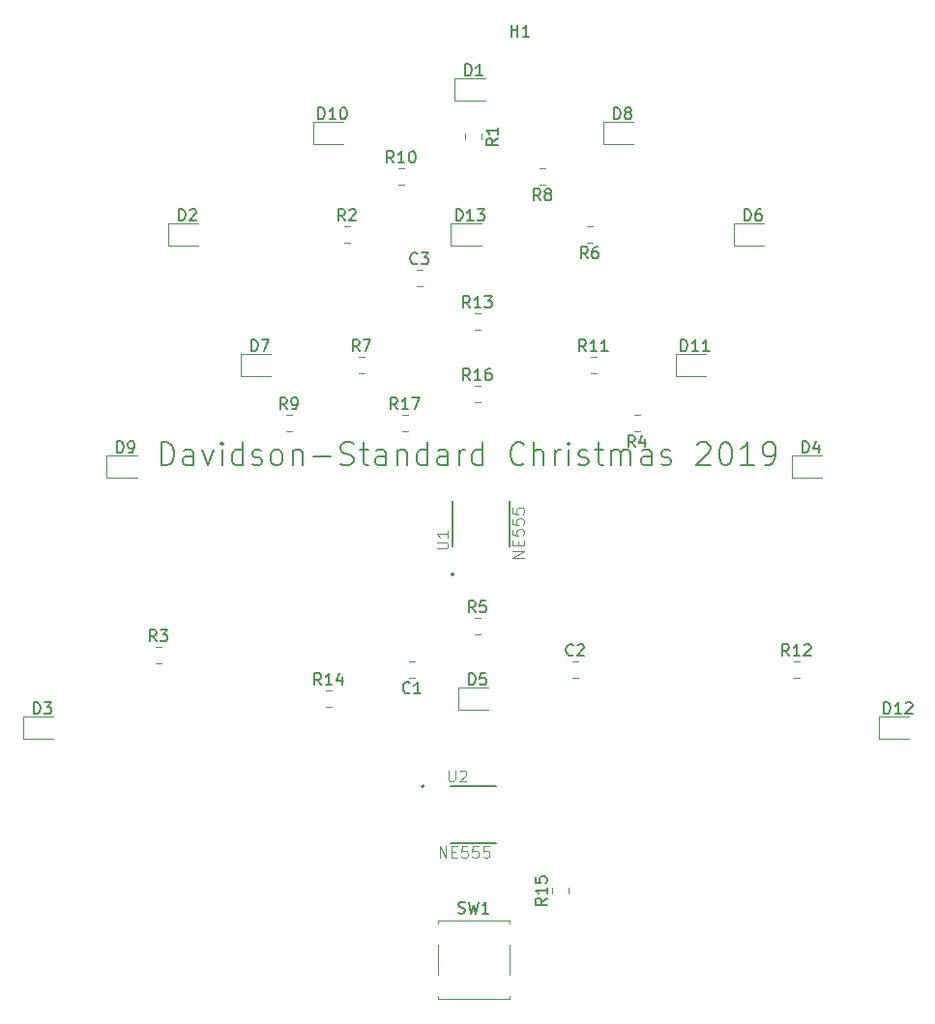
<source format=gbr>
G04 #@! TF.GenerationSoftware,KiCad,Pcbnew,5.1.4-3.fc30*
G04 #@! TF.CreationDate,2019-12-08T15:57:42-08:00*
G04 #@! TF.ProjectId,ChristmasTree,43687269-7374-46d6-9173-547265652e6b,rev?*
G04 #@! TF.SameCoordinates,Original*
G04 #@! TF.FileFunction,Legend,Top*
G04 #@! TF.FilePolarity,Positive*
%FSLAX46Y46*%
G04 Gerber Fmt 4.6, Leading zero omitted, Abs format (unit mm)*
G04 Created by KiCad (PCBNEW 5.1.4-3.fc30) date 2019-12-08 15:57:42*
%MOMM*%
%LPD*%
G04 APERTURE LIST*
%ADD10C,0.150000*%
%ADD11C,0.127000*%
%ADD12C,0.200000*%
%ADD13C,0.120000*%
%ADD14C,0.050000*%
G04 APERTURE END LIST*
D10*
X211394857Y-98948761D02*
X211394857Y-96948761D01*
X211871047Y-96948761D01*
X212156761Y-97044000D01*
X212347238Y-97234476D01*
X212442476Y-97424952D01*
X212537714Y-97805904D01*
X212537714Y-98091619D01*
X212442476Y-98472571D01*
X212347238Y-98663047D01*
X212156761Y-98853523D01*
X211871047Y-98948761D01*
X211394857Y-98948761D01*
X214252000Y-98948761D02*
X214252000Y-97901142D01*
X214156761Y-97710666D01*
X213966285Y-97615428D01*
X213585333Y-97615428D01*
X213394857Y-97710666D01*
X214252000Y-98853523D02*
X214061523Y-98948761D01*
X213585333Y-98948761D01*
X213394857Y-98853523D01*
X213299619Y-98663047D01*
X213299619Y-98472571D01*
X213394857Y-98282095D01*
X213585333Y-98186857D01*
X214061523Y-98186857D01*
X214252000Y-98091619D01*
X215013904Y-97615428D02*
X215490095Y-98948761D01*
X215966285Y-97615428D01*
X216728190Y-98948761D02*
X216728190Y-97615428D01*
X216728190Y-96948761D02*
X216632952Y-97044000D01*
X216728190Y-97139238D01*
X216823428Y-97044000D01*
X216728190Y-96948761D01*
X216728190Y-97139238D01*
X218537714Y-98948761D02*
X218537714Y-96948761D01*
X218537714Y-98853523D02*
X218347238Y-98948761D01*
X217966285Y-98948761D01*
X217775809Y-98853523D01*
X217680571Y-98758285D01*
X217585333Y-98567809D01*
X217585333Y-97996380D01*
X217680571Y-97805904D01*
X217775809Y-97710666D01*
X217966285Y-97615428D01*
X218347238Y-97615428D01*
X218537714Y-97710666D01*
X219394857Y-98853523D02*
X219585333Y-98948761D01*
X219966285Y-98948761D01*
X220156761Y-98853523D01*
X220252000Y-98663047D01*
X220252000Y-98567809D01*
X220156761Y-98377333D01*
X219966285Y-98282095D01*
X219680571Y-98282095D01*
X219490095Y-98186857D01*
X219394857Y-97996380D01*
X219394857Y-97901142D01*
X219490095Y-97710666D01*
X219680571Y-97615428D01*
X219966285Y-97615428D01*
X220156761Y-97710666D01*
X221394857Y-98948761D02*
X221204380Y-98853523D01*
X221109142Y-98758285D01*
X221013904Y-98567809D01*
X221013904Y-97996380D01*
X221109142Y-97805904D01*
X221204380Y-97710666D01*
X221394857Y-97615428D01*
X221680571Y-97615428D01*
X221871047Y-97710666D01*
X221966285Y-97805904D01*
X222061523Y-97996380D01*
X222061523Y-98567809D01*
X221966285Y-98758285D01*
X221871047Y-98853523D01*
X221680571Y-98948761D01*
X221394857Y-98948761D01*
X222918666Y-97615428D02*
X222918666Y-98948761D01*
X222918666Y-97805904D02*
X223013904Y-97710666D01*
X223204380Y-97615428D01*
X223490095Y-97615428D01*
X223680571Y-97710666D01*
X223775809Y-97901142D01*
X223775809Y-98948761D01*
X224728190Y-98186857D02*
X226252000Y-98186857D01*
X227109142Y-98853523D02*
X227394857Y-98948761D01*
X227871047Y-98948761D01*
X228061523Y-98853523D01*
X228156761Y-98758285D01*
X228252000Y-98567809D01*
X228252000Y-98377333D01*
X228156761Y-98186857D01*
X228061523Y-98091619D01*
X227871047Y-97996380D01*
X227490095Y-97901142D01*
X227299619Y-97805904D01*
X227204380Y-97710666D01*
X227109142Y-97520190D01*
X227109142Y-97329714D01*
X227204380Y-97139238D01*
X227299619Y-97044000D01*
X227490095Y-96948761D01*
X227966285Y-96948761D01*
X228252000Y-97044000D01*
X228823428Y-97615428D02*
X229585333Y-97615428D01*
X229109142Y-96948761D02*
X229109142Y-98663047D01*
X229204380Y-98853523D01*
X229394857Y-98948761D01*
X229585333Y-98948761D01*
X231109142Y-98948761D02*
X231109142Y-97901142D01*
X231013904Y-97710666D01*
X230823428Y-97615428D01*
X230442476Y-97615428D01*
X230252000Y-97710666D01*
X231109142Y-98853523D02*
X230918666Y-98948761D01*
X230442476Y-98948761D01*
X230252000Y-98853523D01*
X230156761Y-98663047D01*
X230156761Y-98472571D01*
X230252000Y-98282095D01*
X230442476Y-98186857D01*
X230918666Y-98186857D01*
X231109142Y-98091619D01*
X232061523Y-97615428D02*
X232061523Y-98948761D01*
X232061523Y-97805904D02*
X232156761Y-97710666D01*
X232347238Y-97615428D01*
X232632952Y-97615428D01*
X232823428Y-97710666D01*
X232918666Y-97901142D01*
X232918666Y-98948761D01*
X234728190Y-98948761D02*
X234728190Y-96948761D01*
X234728190Y-98853523D02*
X234537714Y-98948761D01*
X234156761Y-98948761D01*
X233966285Y-98853523D01*
X233871047Y-98758285D01*
X233775809Y-98567809D01*
X233775809Y-97996380D01*
X233871047Y-97805904D01*
X233966285Y-97710666D01*
X234156761Y-97615428D01*
X234537714Y-97615428D01*
X234728190Y-97710666D01*
X236537714Y-98948761D02*
X236537714Y-97901142D01*
X236442476Y-97710666D01*
X236252000Y-97615428D01*
X235871047Y-97615428D01*
X235680571Y-97710666D01*
X236537714Y-98853523D02*
X236347238Y-98948761D01*
X235871047Y-98948761D01*
X235680571Y-98853523D01*
X235585333Y-98663047D01*
X235585333Y-98472571D01*
X235680571Y-98282095D01*
X235871047Y-98186857D01*
X236347238Y-98186857D01*
X236537714Y-98091619D01*
X237490095Y-98948761D02*
X237490095Y-97615428D01*
X237490095Y-97996380D02*
X237585333Y-97805904D01*
X237680571Y-97710666D01*
X237871047Y-97615428D01*
X238061523Y-97615428D01*
X239585333Y-98948761D02*
X239585333Y-96948761D01*
X239585333Y-98853523D02*
X239394857Y-98948761D01*
X239013904Y-98948761D01*
X238823428Y-98853523D01*
X238728190Y-98758285D01*
X238632952Y-98567809D01*
X238632952Y-97996380D01*
X238728190Y-97805904D01*
X238823428Y-97710666D01*
X239013904Y-97615428D01*
X239394857Y-97615428D01*
X239585333Y-97710666D01*
X243204380Y-98758285D02*
X243109142Y-98853523D01*
X242823428Y-98948761D01*
X242632952Y-98948761D01*
X242347238Y-98853523D01*
X242156761Y-98663047D01*
X242061523Y-98472571D01*
X241966285Y-98091619D01*
X241966285Y-97805904D01*
X242061523Y-97424952D01*
X242156761Y-97234476D01*
X242347238Y-97044000D01*
X242632952Y-96948761D01*
X242823428Y-96948761D01*
X243109142Y-97044000D01*
X243204380Y-97139238D01*
X244061523Y-98948761D02*
X244061523Y-96948761D01*
X244918666Y-98948761D02*
X244918666Y-97901142D01*
X244823428Y-97710666D01*
X244632952Y-97615428D01*
X244347238Y-97615428D01*
X244156761Y-97710666D01*
X244061523Y-97805904D01*
X245871047Y-98948761D02*
X245871047Y-97615428D01*
X245871047Y-97996380D02*
X245966285Y-97805904D01*
X246061523Y-97710666D01*
X246252000Y-97615428D01*
X246442476Y-97615428D01*
X247109142Y-98948761D02*
X247109142Y-97615428D01*
X247109142Y-96948761D02*
X247013904Y-97044000D01*
X247109142Y-97139238D01*
X247204380Y-97044000D01*
X247109142Y-96948761D01*
X247109142Y-97139238D01*
X247966285Y-98853523D02*
X248156761Y-98948761D01*
X248537714Y-98948761D01*
X248728190Y-98853523D01*
X248823428Y-98663047D01*
X248823428Y-98567809D01*
X248728190Y-98377333D01*
X248537714Y-98282095D01*
X248252000Y-98282095D01*
X248061523Y-98186857D01*
X247966285Y-97996380D01*
X247966285Y-97901142D01*
X248061523Y-97710666D01*
X248252000Y-97615428D01*
X248537714Y-97615428D01*
X248728190Y-97710666D01*
X249394857Y-97615428D02*
X250156761Y-97615428D01*
X249680571Y-96948761D02*
X249680571Y-98663047D01*
X249775809Y-98853523D01*
X249966285Y-98948761D01*
X250156761Y-98948761D01*
X250823428Y-98948761D02*
X250823428Y-97615428D01*
X250823428Y-97805904D02*
X250918666Y-97710666D01*
X251109142Y-97615428D01*
X251394857Y-97615428D01*
X251585333Y-97710666D01*
X251680571Y-97901142D01*
X251680571Y-98948761D01*
X251680571Y-97901142D02*
X251775809Y-97710666D01*
X251966285Y-97615428D01*
X252252000Y-97615428D01*
X252442476Y-97710666D01*
X252537714Y-97901142D01*
X252537714Y-98948761D01*
X254347238Y-98948761D02*
X254347238Y-97901142D01*
X254252000Y-97710666D01*
X254061523Y-97615428D01*
X253680571Y-97615428D01*
X253490095Y-97710666D01*
X254347238Y-98853523D02*
X254156761Y-98948761D01*
X253680571Y-98948761D01*
X253490095Y-98853523D01*
X253394857Y-98663047D01*
X253394857Y-98472571D01*
X253490095Y-98282095D01*
X253680571Y-98186857D01*
X254156761Y-98186857D01*
X254347238Y-98091619D01*
X255204380Y-98853523D02*
X255394857Y-98948761D01*
X255775809Y-98948761D01*
X255966285Y-98853523D01*
X256061523Y-98663047D01*
X256061523Y-98567809D01*
X255966285Y-98377333D01*
X255775809Y-98282095D01*
X255490095Y-98282095D01*
X255299619Y-98186857D01*
X255204380Y-97996380D01*
X255204380Y-97901142D01*
X255299619Y-97710666D01*
X255490095Y-97615428D01*
X255775809Y-97615428D01*
X255966285Y-97710666D01*
X258347238Y-97139238D02*
X258442476Y-97044000D01*
X258632952Y-96948761D01*
X259109142Y-96948761D01*
X259299619Y-97044000D01*
X259394857Y-97139238D01*
X259490095Y-97329714D01*
X259490095Y-97520190D01*
X259394857Y-97805904D01*
X258251999Y-98948761D01*
X259490095Y-98948761D01*
X260728190Y-96948761D02*
X260918666Y-96948761D01*
X261109142Y-97044000D01*
X261204380Y-97139238D01*
X261299619Y-97329714D01*
X261394857Y-97710666D01*
X261394857Y-98186857D01*
X261299619Y-98567809D01*
X261204380Y-98758285D01*
X261109142Y-98853523D01*
X260918666Y-98948761D01*
X260728190Y-98948761D01*
X260537714Y-98853523D01*
X260442476Y-98758285D01*
X260347238Y-98567809D01*
X260251999Y-98186857D01*
X260251999Y-97710666D01*
X260347238Y-97329714D01*
X260442476Y-97139238D01*
X260537714Y-97044000D01*
X260728190Y-96948761D01*
X263299619Y-98948761D02*
X262156761Y-98948761D01*
X262728190Y-98948761D02*
X262728190Y-96948761D01*
X262537714Y-97234476D01*
X262347238Y-97424952D01*
X262156761Y-97520190D01*
X264251999Y-98948761D02*
X264632952Y-98948761D01*
X264823428Y-98853523D01*
X264918666Y-98758285D01*
X265109142Y-98472571D01*
X265204380Y-98091619D01*
X265204380Y-97329714D01*
X265109142Y-97139238D01*
X265013904Y-97044000D01*
X264823428Y-96948761D01*
X264442476Y-96948761D01*
X264251999Y-97044000D01*
X264156761Y-97139238D01*
X264061523Y-97329714D01*
X264061523Y-97805904D01*
X264156761Y-97996380D01*
X264251999Y-98091619D01*
X264442476Y-98186857D01*
X264823428Y-98186857D01*
X265013904Y-98091619D01*
X265109142Y-97996380D01*
X265204380Y-97805904D01*
D11*
X241905000Y-106075000D02*
X241905000Y-102075000D01*
X236885000Y-106075000D02*
X236885000Y-102075000D01*
D12*
X237020000Y-108520000D02*
G75*
G03X237020000Y-108520000I-100000J0D01*
G01*
D13*
X233606078Y-117550000D02*
X233088922Y-117550000D01*
X233606078Y-116130000D02*
X233088922Y-116130000D01*
X247391422Y-116130000D02*
X247908578Y-116130000D01*
X247391422Y-117550000D02*
X247908578Y-117550000D01*
X233753922Y-83260000D02*
X234271078Y-83260000D01*
X233753922Y-81840000D02*
X234271078Y-81840000D01*
X237075000Y-67000000D02*
X239760000Y-67000000D01*
X237075000Y-65080000D02*
X237075000Y-67000000D01*
X239760000Y-65080000D02*
X237075000Y-65080000D01*
X214692500Y-77780000D02*
X212007500Y-77780000D01*
X212007500Y-77780000D02*
X212007500Y-79700000D01*
X212007500Y-79700000D02*
X214692500Y-79700000D01*
X221042500Y-89210000D02*
X218357500Y-89210000D01*
X218357500Y-89210000D02*
X218357500Y-91130000D01*
X218357500Y-91130000D02*
X221042500Y-91130000D01*
X199307500Y-122880000D02*
X201992500Y-122880000D01*
X199307500Y-120960000D02*
X199307500Y-122880000D01*
X201992500Y-120960000D02*
X199307500Y-120960000D01*
X250107500Y-70810000D02*
X252792500Y-70810000D01*
X250107500Y-68890000D02*
X250107500Y-70810000D01*
X252792500Y-68890000D02*
X250107500Y-68890000D01*
X269302500Y-98100000D02*
X266617500Y-98100000D01*
X266617500Y-98100000D02*
X266617500Y-100020000D01*
X266617500Y-100020000D02*
X269302500Y-100020000D01*
X209280000Y-98100000D02*
X206595000Y-98100000D01*
X206595000Y-98100000D02*
X206595000Y-100020000D01*
X206595000Y-100020000D02*
X209280000Y-100020000D01*
X237407500Y-120340000D02*
X240092500Y-120340000D01*
X237407500Y-118420000D02*
X237407500Y-120340000D01*
X240092500Y-118420000D02*
X237407500Y-118420000D01*
X224707500Y-70810000D02*
X227392500Y-70810000D01*
X224707500Y-68890000D02*
X224707500Y-70810000D01*
X227392500Y-68890000D02*
X224707500Y-68890000D01*
X264222500Y-77780000D02*
X261537500Y-77780000D01*
X261537500Y-77780000D02*
X261537500Y-79700000D01*
X261537500Y-79700000D02*
X264222500Y-79700000D01*
X259142500Y-89210000D02*
X256457500Y-89210000D01*
X256457500Y-89210000D02*
X256457500Y-91130000D01*
X256457500Y-91130000D02*
X259142500Y-91130000D01*
X274237500Y-122880000D02*
X276922500Y-122880000D01*
X274237500Y-120960000D02*
X274237500Y-122880000D01*
X276922500Y-120960000D02*
X274237500Y-120960000D01*
X239457500Y-77780000D02*
X236772500Y-77780000D01*
X236772500Y-77780000D02*
X236772500Y-79700000D01*
X236772500Y-79700000D02*
X239457500Y-79700000D01*
X245670000Y-136481078D02*
X245670000Y-135963922D01*
X247090000Y-136481078D02*
X247090000Y-135963922D01*
X232483922Y-94540000D02*
X233001078Y-94540000D01*
X232483922Y-95960000D02*
X233001078Y-95960000D01*
X225801422Y-120090000D02*
X226318578Y-120090000D01*
X225801422Y-118670000D02*
X226318578Y-118670000D01*
X239470000Y-69923922D02*
X239470000Y-70441078D01*
X238050000Y-69923922D02*
X238050000Y-70441078D01*
X238833922Y-92000000D02*
X239351078Y-92000000D01*
X238833922Y-93420000D02*
X239351078Y-93420000D01*
X227403922Y-78030000D02*
X227921078Y-78030000D01*
X227403922Y-79450000D02*
X227921078Y-79450000D01*
X228673922Y-90880000D02*
X229191078Y-90880000D01*
X228673922Y-89460000D02*
X229191078Y-89460000D01*
X210893922Y-116280000D02*
X211411078Y-116280000D01*
X210893922Y-114860000D02*
X211411078Y-114860000D01*
X245036078Y-74370000D02*
X244518922Y-74370000D01*
X245036078Y-72950000D02*
X244518922Y-72950000D01*
X253321078Y-94540000D02*
X252803922Y-94540000D01*
X253321078Y-95960000D02*
X252803922Y-95960000D01*
X222323922Y-95960000D02*
X222841078Y-95960000D01*
X222323922Y-94540000D02*
X222841078Y-94540000D01*
X238833922Y-112320000D02*
X239351078Y-112320000D01*
X238833922Y-113740000D02*
X239351078Y-113740000D01*
X232151422Y-72950000D02*
X232668578Y-72950000D01*
X232151422Y-74370000D02*
X232668578Y-74370000D01*
X249178578Y-78030000D02*
X248661422Y-78030000D01*
X249178578Y-79450000D02*
X248661422Y-79450000D01*
X248993922Y-90880000D02*
X249511078Y-90880000D01*
X248993922Y-89460000D02*
X249511078Y-89460000D01*
X266773922Y-116130000D02*
X267291078Y-116130000D01*
X266773922Y-117550000D02*
X267291078Y-117550000D01*
X238833922Y-87070000D02*
X239351078Y-87070000D01*
X238833922Y-85650000D02*
X239351078Y-85650000D01*
X235610000Y-139040000D02*
X235610000Y-138790000D01*
X235610000Y-138790000D02*
X241910000Y-138790000D01*
X241910000Y-138790000D02*
X241910000Y-139040000D01*
X235610000Y-143540000D02*
X235610000Y-140940000D01*
X241910000Y-145440000D02*
X241910000Y-145690000D01*
X241910000Y-145690000D02*
X235610000Y-145690000D01*
X235610000Y-145690000D02*
X235610000Y-145440000D01*
X241910000Y-140940000D02*
X241910000Y-143540000D01*
D12*
X234415000Y-127065000D02*
G75*
G03X234415000Y-127065000I-100000J0D01*
G01*
D11*
X236760000Y-127030000D02*
X240760000Y-127030000D01*
X236760000Y-132050000D02*
X240760000Y-132050000D01*
D14*
X235525380Y-106266904D02*
X236334904Y-106266904D01*
X236430142Y-106219285D01*
X236477761Y-106171666D01*
X236525380Y-106076428D01*
X236525380Y-105885952D01*
X236477761Y-105790714D01*
X236430142Y-105743095D01*
X236334904Y-105695476D01*
X235525380Y-105695476D01*
X236525380Y-104695476D02*
X236525380Y-105266904D01*
X236525380Y-104981190D02*
X235525380Y-104981190D01*
X235668238Y-105076428D01*
X235763476Y-105171666D01*
X235811095Y-105266904D01*
X243169380Y-107036666D02*
X242169380Y-107036666D01*
X243169380Y-106465238D01*
X242169380Y-106465238D01*
X242645571Y-105989047D02*
X242645571Y-105655714D01*
X243169380Y-105512857D02*
X243169380Y-105989047D01*
X242169380Y-105989047D01*
X242169380Y-105512857D01*
X242169380Y-104608095D02*
X242169380Y-105084285D01*
X242645571Y-105131904D01*
X242597952Y-105084285D01*
X242550333Y-104989047D01*
X242550333Y-104750952D01*
X242597952Y-104655714D01*
X242645571Y-104608095D01*
X242740809Y-104560476D01*
X242978904Y-104560476D01*
X243074142Y-104608095D01*
X243121761Y-104655714D01*
X243169380Y-104750952D01*
X243169380Y-104989047D01*
X243121761Y-105084285D01*
X243074142Y-105131904D01*
X242169380Y-103655714D02*
X242169380Y-104131904D01*
X242645571Y-104179523D01*
X242597952Y-104131904D01*
X242550333Y-104036666D01*
X242550333Y-103798571D01*
X242597952Y-103703333D01*
X242645571Y-103655714D01*
X242740809Y-103608095D01*
X242978904Y-103608095D01*
X243074142Y-103655714D01*
X243121761Y-103703333D01*
X243169380Y-103798571D01*
X243169380Y-104036666D01*
X243121761Y-104131904D01*
X243074142Y-104179523D01*
X242169380Y-102703333D02*
X242169380Y-103179523D01*
X242645571Y-103227142D01*
X242597952Y-103179523D01*
X242550333Y-103084285D01*
X242550333Y-102846190D01*
X242597952Y-102750952D01*
X242645571Y-102703333D01*
X242740809Y-102655714D01*
X242978904Y-102655714D01*
X243074142Y-102703333D01*
X243121761Y-102750952D01*
X243169380Y-102846190D01*
X243169380Y-103084285D01*
X243121761Y-103179523D01*
X243074142Y-103227142D01*
D10*
X233180833Y-118847142D02*
X233133214Y-118894761D01*
X232990357Y-118942380D01*
X232895119Y-118942380D01*
X232752261Y-118894761D01*
X232657023Y-118799523D01*
X232609404Y-118704285D01*
X232561785Y-118513809D01*
X232561785Y-118370952D01*
X232609404Y-118180476D01*
X232657023Y-118085238D01*
X232752261Y-117990000D01*
X232895119Y-117942380D01*
X232990357Y-117942380D01*
X233133214Y-117990000D01*
X233180833Y-118037619D01*
X234133214Y-118942380D02*
X233561785Y-118942380D01*
X233847500Y-118942380D02*
X233847500Y-117942380D01*
X233752261Y-118085238D01*
X233657023Y-118180476D01*
X233561785Y-118228095D01*
X247483333Y-115547142D02*
X247435714Y-115594761D01*
X247292857Y-115642380D01*
X247197619Y-115642380D01*
X247054761Y-115594761D01*
X246959523Y-115499523D01*
X246911904Y-115404285D01*
X246864285Y-115213809D01*
X246864285Y-115070952D01*
X246911904Y-114880476D01*
X246959523Y-114785238D01*
X247054761Y-114690000D01*
X247197619Y-114642380D01*
X247292857Y-114642380D01*
X247435714Y-114690000D01*
X247483333Y-114737619D01*
X247864285Y-114737619D02*
X247911904Y-114690000D01*
X248007142Y-114642380D01*
X248245238Y-114642380D01*
X248340476Y-114690000D01*
X248388095Y-114737619D01*
X248435714Y-114832857D01*
X248435714Y-114928095D01*
X248388095Y-115070952D01*
X247816666Y-115642380D01*
X248435714Y-115642380D01*
X233845833Y-81257142D02*
X233798214Y-81304761D01*
X233655357Y-81352380D01*
X233560119Y-81352380D01*
X233417261Y-81304761D01*
X233322023Y-81209523D01*
X233274404Y-81114285D01*
X233226785Y-80923809D01*
X233226785Y-80780952D01*
X233274404Y-80590476D01*
X233322023Y-80495238D01*
X233417261Y-80400000D01*
X233560119Y-80352380D01*
X233655357Y-80352380D01*
X233798214Y-80400000D01*
X233845833Y-80447619D01*
X234179166Y-80352380D02*
X234798214Y-80352380D01*
X234464880Y-80733333D01*
X234607738Y-80733333D01*
X234702976Y-80780952D01*
X234750595Y-80828571D01*
X234798214Y-80923809D01*
X234798214Y-81161904D01*
X234750595Y-81257142D01*
X234702976Y-81304761D01*
X234607738Y-81352380D01*
X234322023Y-81352380D01*
X234226785Y-81304761D01*
X234179166Y-81257142D01*
X238021904Y-64842380D02*
X238021904Y-63842380D01*
X238260000Y-63842380D01*
X238402857Y-63890000D01*
X238498095Y-63985238D01*
X238545714Y-64080476D01*
X238593333Y-64270952D01*
X238593333Y-64413809D01*
X238545714Y-64604285D01*
X238498095Y-64699523D01*
X238402857Y-64794761D01*
X238260000Y-64842380D01*
X238021904Y-64842380D01*
X239545714Y-64842380D02*
X238974285Y-64842380D01*
X239260000Y-64842380D02*
X239260000Y-63842380D01*
X239164761Y-63985238D01*
X239069523Y-64080476D01*
X238974285Y-64128095D01*
X212954404Y-77542380D02*
X212954404Y-76542380D01*
X213192500Y-76542380D01*
X213335357Y-76590000D01*
X213430595Y-76685238D01*
X213478214Y-76780476D01*
X213525833Y-76970952D01*
X213525833Y-77113809D01*
X213478214Y-77304285D01*
X213430595Y-77399523D01*
X213335357Y-77494761D01*
X213192500Y-77542380D01*
X212954404Y-77542380D01*
X213906785Y-76637619D02*
X213954404Y-76590000D01*
X214049642Y-76542380D01*
X214287738Y-76542380D01*
X214382976Y-76590000D01*
X214430595Y-76637619D01*
X214478214Y-76732857D01*
X214478214Y-76828095D01*
X214430595Y-76970952D01*
X213859166Y-77542380D01*
X214478214Y-77542380D01*
X219304404Y-88972380D02*
X219304404Y-87972380D01*
X219542500Y-87972380D01*
X219685357Y-88020000D01*
X219780595Y-88115238D01*
X219828214Y-88210476D01*
X219875833Y-88400952D01*
X219875833Y-88543809D01*
X219828214Y-88734285D01*
X219780595Y-88829523D01*
X219685357Y-88924761D01*
X219542500Y-88972380D01*
X219304404Y-88972380D01*
X220209166Y-87972380D02*
X220875833Y-87972380D01*
X220447261Y-88972380D01*
X200254404Y-120722380D02*
X200254404Y-119722380D01*
X200492500Y-119722380D01*
X200635357Y-119770000D01*
X200730595Y-119865238D01*
X200778214Y-119960476D01*
X200825833Y-120150952D01*
X200825833Y-120293809D01*
X200778214Y-120484285D01*
X200730595Y-120579523D01*
X200635357Y-120674761D01*
X200492500Y-120722380D01*
X200254404Y-120722380D01*
X201159166Y-119722380D02*
X201778214Y-119722380D01*
X201444880Y-120103333D01*
X201587738Y-120103333D01*
X201682976Y-120150952D01*
X201730595Y-120198571D01*
X201778214Y-120293809D01*
X201778214Y-120531904D01*
X201730595Y-120627142D01*
X201682976Y-120674761D01*
X201587738Y-120722380D01*
X201302023Y-120722380D01*
X201206785Y-120674761D01*
X201159166Y-120627142D01*
X251054404Y-68652380D02*
X251054404Y-67652380D01*
X251292500Y-67652380D01*
X251435357Y-67700000D01*
X251530595Y-67795238D01*
X251578214Y-67890476D01*
X251625833Y-68080952D01*
X251625833Y-68223809D01*
X251578214Y-68414285D01*
X251530595Y-68509523D01*
X251435357Y-68604761D01*
X251292500Y-68652380D01*
X251054404Y-68652380D01*
X252197261Y-68080952D02*
X252102023Y-68033333D01*
X252054404Y-67985714D01*
X252006785Y-67890476D01*
X252006785Y-67842857D01*
X252054404Y-67747619D01*
X252102023Y-67700000D01*
X252197261Y-67652380D01*
X252387738Y-67652380D01*
X252482976Y-67700000D01*
X252530595Y-67747619D01*
X252578214Y-67842857D01*
X252578214Y-67890476D01*
X252530595Y-67985714D01*
X252482976Y-68033333D01*
X252387738Y-68080952D01*
X252197261Y-68080952D01*
X252102023Y-68128571D01*
X252054404Y-68176190D01*
X252006785Y-68271428D01*
X252006785Y-68461904D01*
X252054404Y-68557142D01*
X252102023Y-68604761D01*
X252197261Y-68652380D01*
X252387738Y-68652380D01*
X252482976Y-68604761D01*
X252530595Y-68557142D01*
X252578214Y-68461904D01*
X252578214Y-68271428D01*
X252530595Y-68176190D01*
X252482976Y-68128571D01*
X252387738Y-68080952D01*
X267564404Y-97862380D02*
X267564404Y-96862380D01*
X267802500Y-96862380D01*
X267945357Y-96910000D01*
X268040595Y-97005238D01*
X268088214Y-97100476D01*
X268135833Y-97290952D01*
X268135833Y-97433809D01*
X268088214Y-97624285D01*
X268040595Y-97719523D01*
X267945357Y-97814761D01*
X267802500Y-97862380D01*
X267564404Y-97862380D01*
X268992976Y-97195714D02*
X268992976Y-97862380D01*
X268754880Y-96814761D02*
X268516785Y-97529047D01*
X269135833Y-97529047D01*
X207541904Y-97862380D02*
X207541904Y-96862380D01*
X207780000Y-96862380D01*
X207922857Y-96910000D01*
X208018095Y-97005238D01*
X208065714Y-97100476D01*
X208113333Y-97290952D01*
X208113333Y-97433809D01*
X208065714Y-97624285D01*
X208018095Y-97719523D01*
X207922857Y-97814761D01*
X207780000Y-97862380D01*
X207541904Y-97862380D01*
X208589523Y-97862380D02*
X208780000Y-97862380D01*
X208875238Y-97814761D01*
X208922857Y-97767142D01*
X209018095Y-97624285D01*
X209065714Y-97433809D01*
X209065714Y-97052857D01*
X209018095Y-96957619D01*
X208970476Y-96910000D01*
X208875238Y-96862380D01*
X208684761Y-96862380D01*
X208589523Y-96910000D01*
X208541904Y-96957619D01*
X208494285Y-97052857D01*
X208494285Y-97290952D01*
X208541904Y-97386190D01*
X208589523Y-97433809D01*
X208684761Y-97481428D01*
X208875238Y-97481428D01*
X208970476Y-97433809D01*
X209018095Y-97386190D01*
X209065714Y-97290952D01*
X238354404Y-118182380D02*
X238354404Y-117182380D01*
X238592500Y-117182380D01*
X238735357Y-117230000D01*
X238830595Y-117325238D01*
X238878214Y-117420476D01*
X238925833Y-117610952D01*
X238925833Y-117753809D01*
X238878214Y-117944285D01*
X238830595Y-118039523D01*
X238735357Y-118134761D01*
X238592500Y-118182380D01*
X238354404Y-118182380D01*
X239830595Y-117182380D02*
X239354404Y-117182380D01*
X239306785Y-117658571D01*
X239354404Y-117610952D01*
X239449642Y-117563333D01*
X239687738Y-117563333D01*
X239782976Y-117610952D01*
X239830595Y-117658571D01*
X239878214Y-117753809D01*
X239878214Y-117991904D01*
X239830595Y-118087142D01*
X239782976Y-118134761D01*
X239687738Y-118182380D01*
X239449642Y-118182380D01*
X239354404Y-118134761D01*
X239306785Y-118087142D01*
X225178214Y-68652380D02*
X225178214Y-67652380D01*
X225416309Y-67652380D01*
X225559166Y-67700000D01*
X225654404Y-67795238D01*
X225702023Y-67890476D01*
X225749642Y-68080952D01*
X225749642Y-68223809D01*
X225702023Y-68414285D01*
X225654404Y-68509523D01*
X225559166Y-68604761D01*
X225416309Y-68652380D01*
X225178214Y-68652380D01*
X226702023Y-68652380D02*
X226130595Y-68652380D01*
X226416309Y-68652380D02*
X226416309Y-67652380D01*
X226321071Y-67795238D01*
X226225833Y-67890476D01*
X226130595Y-67938095D01*
X227321071Y-67652380D02*
X227416309Y-67652380D01*
X227511547Y-67700000D01*
X227559166Y-67747619D01*
X227606785Y-67842857D01*
X227654404Y-68033333D01*
X227654404Y-68271428D01*
X227606785Y-68461904D01*
X227559166Y-68557142D01*
X227511547Y-68604761D01*
X227416309Y-68652380D01*
X227321071Y-68652380D01*
X227225833Y-68604761D01*
X227178214Y-68557142D01*
X227130595Y-68461904D01*
X227082976Y-68271428D01*
X227082976Y-68033333D01*
X227130595Y-67842857D01*
X227178214Y-67747619D01*
X227225833Y-67700000D01*
X227321071Y-67652380D01*
X262484404Y-77542380D02*
X262484404Y-76542380D01*
X262722500Y-76542380D01*
X262865357Y-76590000D01*
X262960595Y-76685238D01*
X263008214Y-76780476D01*
X263055833Y-76970952D01*
X263055833Y-77113809D01*
X263008214Y-77304285D01*
X262960595Y-77399523D01*
X262865357Y-77494761D01*
X262722500Y-77542380D01*
X262484404Y-77542380D01*
X263912976Y-76542380D02*
X263722500Y-76542380D01*
X263627261Y-76590000D01*
X263579642Y-76637619D01*
X263484404Y-76780476D01*
X263436785Y-76970952D01*
X263436785Y-77351904D01*
X263484404Y-77447142D01*
X263532023Y-77494761D01*
X263627261Y-77542380D01*
X263817738Y-77542380D01*
X263912976Y-77494761D01*
X263960595Y-77447142D01*
X264008214Y-77351904D01*
X264008214Y-77113809D01*
X263960595Y-77018571D01*
X263912976Y-76970952D01*
X263817738Y-76923333D01*
X263627261Y-76923333D01*
X263532023Y-76970952D01*
X263484404Y-77018571D01*
X263436785Y-77113809D01*
X256928214Y-88972380D02*
X256928214Y-87972380D01*
X257166309Y-87972380D01*
X257309166Y-88020000D01*
X257404404Y-88115238D01*
X257452023Y-88210476D01*
X257499642Y-88400952D01*
X257499642Y-88543809D01*
X257452023Y-88734285D01*
X257404404Y-88829523D01*
X257309166Y-88924761D01*
X257166309Y-88972380D01*
X256928214Y-88972380D01*
X258452023Y-88972380D02*
X257880595Y-88972380D01*
X258166309Y-88972380D02*
X258166309Y-87972380D01*
X258071071Y-88115238D01*
X257975833Y-88210476D01*
X257880595Y-88258095D01*
X259404404Y-88972380D02*
X258832976Y-88972380D01*
X259118690Y-88972380D02*
X259118690Y-87972380D01*
X259023452Y-88115238D01*
X258928214Y-88210476D01*
X258832976Y-88258095D01*
X274708214Y-120722380D02*
X274708214Y-119722380D01*
X274946309Y-119722380D01*
X275089166Y-119770000D01*
X275184404Y-119865238D01*
X275232023Y-119960476D01*
X275279642Y-120150952D01*
X275279642Y-120293809D01*
X275232023Y-120484285D01*
X275184404Y-120579523D01*
X275089166Y-120674761D01*
X274946309Y-120722380D01*
X274708214Y-120722380D01*
X276232023Y-120722380D02*
X275660595Y-120722380D01*
X275946309Y-120722380D02*
X275946309Y-119722380D01*
X275851071Y-119865238D01*
X275755833Y-119960476D01*
X275660595Y-120008095D01*
X276612976Y-119817619D02*
X276660595Y-119770000D01*
X276755833Y-119722380D01*
X276993928Y-119722380D01*
X277089166Y-119770000D01*
X277136785Y-119817619D01*
X277184404Y-119912857D01*
X277184404Y-120008095D01*
X277136785Y-120150952D01*
X276565357Y-120722380D01*
X277184404Y-120722380D01*
X237243214Y-77542380D02*
X237243214Y-76542380D01*
X237481309Y-76542380D01*
X237624166Y-76590000D01*
X237719404Y-76685238D01*
X237767023Y-76780476D01*
X237814642Y-76970952D01*
X237814642Y-77113809D01*
X237767023Y-77304285D01*
X237719404Y-77399523D01*
X237624166Y-77494761D01*
X237481309Y-77542380D01*
X237243214Y-77542380D01*
X238767023Y-77542380D02*
X238195595Y-77542380D01*
X238481309Y-77542380D02*
X238481309Y-76542380D01*
X238386071Y-76685238D01*
X238290833Y-76780476D01*
X238195595Y-76828095D01*
X239100357Y-76542380D02*
X239719404Y-76542380D01*
X239386071Y-76923333D01*
X239528928Y-76923333D01*
X239624166Y-76970952D01*
X239671785Y-77018571D01*
X239719404Y-77113809D01*
X239719404Y-77351904D01*
X239671785Y-77447142D01*
X239624166Y-77494761D01*
X239528928Y-77542380D01*
X239243214Y-77542380D01*
X239147976Y-77494761D01*
X239100357Y-77447142D01*
X245182380Y-136865357D02*
X244706190Y-137198690D01*
X245182380Y-137436785D02*
X244182380Y-137436785D01*
X244182380Y-137055833D01*
X244230000Y-136960595D01*
X244277619Y-136912976D01*
X244372857Y-136865357D01*
X244515714Y-136865357D01*
X244610952Y-136912976D01*
X244658571Y-136960595D01*
X244706190Y-137055833D01*
X244706190Y-137436785D01*
X245182380Y-135912976D02*
X245182380Y-136484404D01*
X245182380Y-136198690D02*
X244182380Y-136198690D01*
X244325238Y-136293928D01*
X244420476Y-136389166D01*
X244468095Y-136484404D01*
X244182380Y-135008214D02*
X244182380Y-135484404D01*
X244658571Y-135532023D01*
X244610952Y-135484404D01*
X244563333Y-135389166D01*
X244563333Y-135151071D01*
X244610952Y-135055833D01*
X244658571Y-135008214D01*
X244753809Y-134960595D01*
X244991904Y-134960595D01*
X245087142Y-135008214D01*
X245134761Y-135055833D01*
X245182380Y-135151071D01*
X245182380Y-135389166D01*
X245134761Y-135484404D01*
X245087142Y-135532023D01*
X232099642Y-94052380D02*
X231766309Y-93576190D01*
X231528214Y-94052380D02*
X231528214Y-93052380D01*
X231909166Y-93052380D01*
X232004404Y-93100000D01*
X232052023Y-93147619D01*
X232099642Y-93242857D01*
X232099642Y-93385714D01*
X232052023Y-93480952D01*
X232004404Y-93528571D01*
X231909166Y-93576190D01*
X231528214Y-93576190D01*
X233052023Y-94052380D02*
X232480595Y-94052380D01*
X232766309Y-94052380D02*
X232766309Y-93052380D01*
X232671071Y-93195238D01*
X232575833Y-93290476D01*
X232480595Y-93338095D01*
X233385357Y-93052380D02*
X234052023Y-93052380D01*
X233623452Y-94052380D01*
X225417142Y-118182380D02*
X225083809Y-117706190D01*
X224845714Y-118182380D02*
X224845714Y-117182380D01*
X225226666Y-117182380D01*
X225321904Y-117230000D01*
X225369523Y-117277619D01*
X225417142Y-117372857D01*
X225417142Y-117515714D01*
X225369523Y-117610952D01*
X225321904Y-117658571D01*
X225226666Y-117706190D01*
X224845714Y-117706190D01*
X226369523Y-118182380D02*
X225798095Y-118182380D01*
X226083809Y-118182380D02*
X226083809Y-117182380D01*
X225988571Y-117325238D01*
X225893333Y-117420476D01*
X225798095Y-117468095D01*
X227226666Y-117515714D02*
X227226666Y-118182380D01*
X226988571Y-117134761D02*
X226750476Y-117849047D01*
X227369523Y-117849047D01*
X240862380Y-70349166D02*
X240386190Y-70682500D01*
X240862380Y-70920595D02*
X239862380Y-70920595D01*
X239862380Y-70539642D01*
X239910000Y-70444404D01*
X239957619Y-70396785D01*
X240052857Y-70349166D01*
X240195714Y-70349166D01*
X240290952Y-70396785D01*
X240338571Y-70444404D01*
X240386190Y-70539642D01*
X240386190Y-70920595D01*
X240862380Y-69396785D02*
X240862380Y-69968214D01*
X240862380Y-69682500D02*
X239862380Y-69682500D01*
X240005238Y-69777738D01*
X240100476Y-69872976D01*
X240148095Y-69968214D01*
X238449642Y-91512380D02*
X238116309Y-91036190D01*
X237878214Y-91512380D02*
X237878214Y-90512380D01*
X238259166Y-90512380D01*
X238354404Y-90560000D01*
X238402023Y-90607619D01*
X238449642Y-90702857D01*
X238449642Y-90845714D01*
X238402023Y-90940952D01*
X238354404Y-90988571D01*
X238259166Y-91036190D01*
X237878214Y-91036190D01*
X239402023Y-91512380D02*
X238830595Y-91512380D01*
X239116309Y-91512380D02*
X239116309Y-90512380D01*
X239021071Y-90655238D01*
X238925833Y-90750476D01*
X238830595Y-90798095D01*
X240259166Y-90512380D02*
X240068690Y-90512380D01*
X239973452Y-90560000D01*
X239925833Y-90607619D01*
X239830595Y-90750476D01*
X239782976Y-90940952D01*
X239782976Y-91321904D01*
X239830595Y-91417142D01*
X239878214Y-91464761D01*
X239973452Y-91512380D01*
X240163928Y-91512380D01*
X240259166Y-91464761D01*
X240306785Y-91417142D01*
X240354404Y-91321904D01*
X240354404Y-91083809D01*
X240306785Y-90988571D01*
X240259166Y-90940952D01*
X240163928Y-90893333D01*
X239973452Y-90893333D01*
X239878214Y-90940952D01*
X239830595Y-90988571D01*
X239782976Y-91083809D01*
X227495833Y-77542380D02*
X227162500Y-77066190D01*
X226924404Y-77542380D02*
X226924404Y-76542380D01*
X227305357Y-76542380D01*
X227400595Y-76590000D01*
X227448214Y-76637619D01*
X227495833Y-76732857D01*
X227495833Y-76875714D01*
X227448214Y-76970952D01*
X227400595Y-77018571D01*
X227305357Y-77066190D01*
X226924404Y-77066190D01*
X227876785Y-76637619D02*
X227924404Y-76590000D01*
X228019642Y-76542380D01*
X228257738Y-76542380D01*
X228352976Y-76590000D01*
X228400595Y-76637619D01*
X228448214Y-76732857D01*
X228448214Y-76828095D01*
X228400595Y-76970952D01*
X227829166Y-77542380D01*
X228448214Y-77542380D01*
X228765833Y-88972380D02*
X228432500Y-88496190D01*
X228194404Y-88972380D02*
X228194404Y-87972380D01*
X228575357Y-87972380D01*
X228670595Y-88020000D01*
X228718214Y-88067619D01*
X228765833Y-88162857D01*
X228765833Y-88305714D01*
X228718214Y-88400952D01*
X228670595Y-88448571D01*
X228575357Y-88496190D01*
X228194404Y-88496190D01*
X229099166Y-87972380D02*
X229765833Y-87972380D01*
X229337261Y-88972380D01*
X210985833Y-114372380D02*
X210652500Y-113896190D01*
X210414404Y-114372380D02*
X210414404Y-113372380D01*
X210795357Y-113372380D01*
X210890595Y-113420000D01*
X210938214Y-113467619D01*
X210985833Y-113562857D01*
X210985833Y-113705714D01*
X210938214Y-113800952D01*
X210890595Y-113848571D01*
X210795357Y-113896190D01*
X210414404Y-113896190D01*
X211319166Y-113372380D02*
X211938214Y-113372380D01*
X211604880Y-113753333D01*
X211747738Y-113753333D01*
X211842976Y-113800952D01*
X211890595Y-113848571D01*
X211938214Y-113943809D01*
X211938214Y-114181904D01*
X211890595Y-114277142D01*
X211842976Y-114324761D01*
X211747738Y-114372380D01*
X211462023Y-114372380D01*
X211366785Y-114324761D01*
X211319166Y-114277142D01*
X244610833Y-75762380D02*
X244277500Y-75286190D01*
X244039404Y-75762380D02*
X244039404Y-74762380D01*
X244420357Y-74762380D01*
X244515595Y-74810000D01*
X244563214Y-74857619D01*
X244610833Y-74952857D01*
X244610833Y-75095714D01*
X244563214Y-75190952D01*
X244515595Y-75238571D01*
X244420357Y-75286190D01*
X244039404Y-75286190D01*
X245182261Y-75190952D02*
X245087023Y-75143333D01*
X245039404Y-75095714D01*
X244991785Y-75000476D01*
X244991785Y-74952857D01*
X245039404Y-74857619D01*
X245087023Y-74810000D01*
X245182261Y-74762380D01*
X245372738Y-74762380D01*
X245467976Y-74810000D01*
X245515595Y-74857619D01*
X245563214Y-74952857D01*
X245563214Y-75000476D01*
X245515595Y-75095714D01*
X245467976Y-75143333D01*
X245372738Y-75190952D01*
X245182261Y-75190952D01*
X245087023Y-75238571D01*
X245039404Y-75286190D01*
X244991785Y-75381428D01*
X244991785Y-75571904D01*
X245039404Y-75667142D01*
X245087023Y-75714761D01*
X245182261Y-75762380D01*
X245372738Y-75762380D01*
X245467976Y-75714761D01*
X245515595Y-75667142D01*
X245563214Y-75571904D01*
X245563214Y-75381428D01*
X245515595Y-75286190D01*
X245467976Y-75238571D01*
X245372738Y-75190952D01*
X252895833Y-97352380D02*
X252562500Y-96876190D01*
X252324404Y-97352380D02*
X252324404Y-96352380D01*
X252705357Y-96352380D01*
X252800595Y-96400000D01*
X252848214Y-96447619D01*
X252895833Y-96542857D01*
X252895833Y-96685714D01*
X252848214Y-96780952D01*
X252800595Y-96828571D01*
X252705357Y-96876190D01*
X252324404Y-96876190D01*
X253752976Y-96685714D02*
X253752976Y-97352380D01*
X253514880Y-96304761D02*
X253276785Y-97019047D01*
X253895833Y-97019047D01*
X222415833Y-94052380D02*
X222082500Y-93576190D01*
X221844404Y-94052380D02*
X221844404Y-93052380D01*
X222225357Y-93052380D01*
X222320595Y-93100000D01*
X222368214Y-93147619D01*
X222415833Y-93242857D01*
X222415833Y-93385714D01*
X222368214Y-93480952D01*
X222320595Y-93528571D01*
X222225357Y-93576190D01*
X221844404Y-93576190D01*
X222892023Y-94052380D02*
X223082500Y-94052380D01*
X223177738Y-94004761D01*
X223225357Y-93957142D01*
X223320595Y-93814285D01*
X223368214Y-93623809D01*
X223368214Y-93242857D01*
X223320595Y-93147619D01*
X223272976Y-93100000D01*
X223177738Y-93052380D01*
X222987261Y-93052380D01*
X222892023Y-93100000D01*
X222844404Y-93147619D01*
X222796785Y-93242857D01*
X222796785Y-93480952D01*
X222844404Y-93576190D01*
X222892023Y-93623809D01*
X222987261Y-93671428D01*
X223177738Y-93671428D01*
X223272976Y-93623809D01*
X223320595Y-93576190D01*
X223368214Y-93480952D01*
X238925833Y-111832380D02*
X238592500Y-111356190D01*
X238354404Y-111832380D02*
X238354404Y-110832380D01*
X238735357Y-110832380D01*
X238830595Y-110880000D01*
X238878214Y-110927619D01*
X238925833Y-111022857D01*
X238925833Y-111165714D01*
X238878214Y-111260952D01*
X238830595Y-111308571D01*
X238735357Y-111356190D01*
X238354404Y-111356190D01*
X239830595Y-110832380D02*
X239354404Y-110832380D01*
X239306785Y-111308571D01*
X239354404Y-111260952D01*
X239449642Y-111213333D01*
X239687738Y-111213333D01*
X239782976Y-111260952D01*
X239830595Y-111308571D01*
X239878214Y-111403809D01*
X239878214Y-111641904D01*
X239830595Y-111737142D01*
X239782976Y-111784761D01*
X239687738Y-111832380D01*
X239449642Y-111832380D01*
X239354404Y-111784761D01*
X239306785Y-111737142D01*
X231767142Y-72462380D02*
X231433809Y-71986190D01*
X231195714Y-72462380D02*
X231195714Y-71462380D01*
X231576666Y-71462380D01*
X231671904Y-71510000D01*
X231719523Y-71557619D01*
X231767142Y-71652857D01*
X231767142Y-71795714D01*
X231719523Y-71890952D01*
X231671904Y-71938571D01*
X231576666Y-71986190D01*
X231195714Y-71986190D01*
X232719523Y-72462380D02*
X232148095Y-72462380D01*
X232433809Y-72462380D02*
X232433809Y-71462380D01*
X232338571Y-71605238D01*
X232243333Y-71700476D01*
X232148095Y-71748095D01*
X233338571Y-71462380D02*
X233433809Y-71462380D01*
X233529047Y-71510000D01*
X233576666Y-71557619D01*
X233624285Y-71652857D01*
X233671904Y-71843333D01*
X233671904Y-72081428D01*
X233624285Y-72271904D01*
X233576666Y-72367142D01*
X233529047Y-72414761D01*
X233433809Y-72462380D01*
X233338571Y-72462380D01*
X233243333Y-72414761D01*
X233195714Y-72367142D01*
X233148095Y-72271904D01*
X233100476Y-72081428D01*
X233100476Y-71843333D01*
X233148095Y-71652857D01*
X233195714Y-71557619D01*
X233243333Y-71510000D01*
X233338571Y-71462380D01*
X248753333Y-80842380D02*
X248420000Y-80366190D01*
X248181904Y-80842380D02*
X248181904Y-79842380D01*
X248562857Y-79842380D01*
X248658095Y-79890000D01*
X248705714Y-79937619D01*
X248753333Y-80032857D01*
X248753333Y-80175714D01*
X248705714Y-80270952D01*
X248658095Y-80318571D01*
X248562857Y-80366190D01*
X248181904Y-80366190D01*
X249610476Y-79842380D02*
X249420000Y-79842380D01*
X249324761Y-79890000D01*
X249277142Y-79937619D01*
X249181904Y-80080476D01*
X249134285Y-80270952D01*
X249134285Y-80651904D01*
X249181904Y-80747142D01*
X249229523Y-80794761D01*
X249324761Y-80842380D01*
X249515238Y-80842380D01*
X249610476Y-80794761D01*
X249658095Y-80747142D01*
X249705714Y-80651904D01*
X249705714Y-80413809D01*
X249658095Y-80318571D01*
X249610476Y-80270952D01*
X249515238Y-80223333D01*
X249324761Y-80223333D01*
X249229523Y-80270952D01*
X249181904Y-80318571D01*
X249134285Y-80413809D01*
X248609642Y-88972380D02*
X248276309Y-88496190D01*
X248038214Y-88972380D02*
X248038214Y-87972380D01*
X248419166Y-87972380D01*
X248514404Y-88020000D01*
X248562023Y-88067619D01*
X248609642Y-88162857D01*
X248609642Y-88305714D01*
X248562023Y-88400952D01*
X248514404Y-88448571D01*
X248419166Y-88496190D01*
X248038214Y-88496190D01*
X249562023Y-88972380D02*
X248990595Y-88972380D01*
X249276309Y-88972380D02*
X249276309Y-87972380D01*
X249181071Y-88115238D01*
X249085833Y-88210476D01*
X248990595Y-88258095D01*
X250514404Y-88972380D02*
X249942976Y-88972380D01*
X250228690Y-88972380D02*
X250228690Y-87972380D01*
X250133452Y-88115238D01*
X250038214Y-88210476D01*
X249942976Y-88258095D01*
X266389642Y-115642380D02*
X266056309Y-115166190D01*
X265818214Y-115642380D02*
X265818214Y-114642380D01*
X266199166Y-114642380D01*
X266294404Y-114690000D01*
X266342023Y-114737619D01*
X266389642Y-114832857D01*
X266389642Y-114975714D01*
X266342023Y-115070952D01*
X266294404Y-115118571D01*
X266199166Y-115166190D01*
X265818214Y-115166190D01*
X267342023Y-115642380D02*
X266770595Y-115642380D01*
X267056309Y-115642380D02*
X267056309Y-114642380D01*
X266961071Y-114785238D01*
X266865833Y-114880476D01*
X266770595Y-114928095D01*
X267722976Y-114737619D02*
X267770595Y-114690000D01*
X267865833Y-114642380D01*
X268103928Y-114642380D01*
X268199166Y-114690000D01*
X268246785Y-114737619D01*
X268294404Y-114832857D01*
X268294404Y-114928095D01*
X268246785Y-115070952D01*
X267675357Y-115642380D01*
X268294404Y-115642380D01*
X238449642Y-85162380D02*
X238116309Y-84686190D01*
X237878214Y-85162380D02*
X237878214Y-84162380D01*
X238259166Y-84162380D01*
X238354404Y-84210000D01*
X238402023Y-84257619D01*
X238449642Y-84352857D01*
X238449642Y-84495714D01*
X238402023Y-84590952D01*
X238354404Y-84638571D01*
X238259166Y-84686190D01*
X237878214Y-84686190D01*
X239402023Y-85162380D02*
X238830595Y-85162380D01*
X239116309Y-85162380D02*
X239116309Y-84162380D01*
X239021071Y-84305238D01*
X238925833Y-84400476D01*
X238830595Y-84448095D01*
X239735357Y-84162380D02*
X240354404Y-84162380D01*
X240021071Y-84543333D01*
X240163928Y-84543333D01*
X240259166Y-84590952D01*
X240306785Y-84638571D01*
X240354404Y-84733809D01*
X240354404Y-84971904D01*
X240306785Y-85067142D01*
X240259166Y-85114761D01*
X240163928Y-85162380D01*
X239878214Y-85162380D01*
X239782976Y-85114761D01*
X239735357Y-85067142D01*
X237426666Y-138144761D02*
X237569523Y-138192380D01*
X237807619Y-138192380D01*
X237902857Y-138144761D01*
X237950476Y-138097142D01*
X237998095Y-138001904D01*
X237998095Y-137906666D01*
X237950476Y-137811428D01*
X237902857Y-137763809D01*
X237807619Y-137716190D01*
X237617142Y-137668571D01*
X237521904Y-137620952D01*
X237474285Y-137573333D01*
X237426666Y-137478095D01*
X237426666Y-137382857D01*
X237474285Y-137287619D01*
X237521904Y-137240000D01*
X237617142Y-137192380D01*
X237855238Y-137192380D01*
X237998095Y-137240000D01*
X238331428Y-137192380D02*
X238569523Y-138192380D01*
X238760000Y-137478095D01*
X238950476Y-138192380D01*
X239188571Y-137192380D01*
X240093333Y-138192380D02*
X239521904Y-138192380D01*
X239807619Y-138192380D02*
X239807619Y-137192380D01*
X239712380Y-137335238D01*
X239617142Y-137430476D01*
X239521904Y-137478095D01*
D14*
X236568095Y-125670380D02*
X236568095Y-126479904D01*
X236615714Y-126575142D01*
X236663333Y-126622761D01*
X236758571Y-126670380D01*
X236949047Y-126670380D01*
X237044285Y-126622761D01*
X237091904Y-126575142D01*
X237139523Y-126479904D01*
X237139523Y-125670380D01*
X237568095Y-125765619D02*
X237615714Y-125718000D01*
X237710952Y-125670380D01*
X237949047Y-125670380D01*
X238044285Y-125718000D01*
X238091904Y-125765619D01*
X238139523Y-125860857D01*
X238139523Y-125956095D01*
X238091904Y-126098952D01*
X237520476Y-126670380D01*
X238139523Y-126670380D01*
X235798333Y-133314380D02*
X235798333Y-132314380D01*
X236369761Y-133314380D01*
X236369761Y-132314380D01*
X236845952Y-132790571D02*
X237179285Y-132790571D01*
X237322142Y-133314380D02*
X236845952Y-133314380D01*
X236845952Y-132314380D01*
X237322142Y-132314380D01*
X238226904Y-132314380D02*
X237750714Y-132314380D01*
X237703095Y-132790571D01*
X237750714Y-132742952D01*
X237845952Y-132695333D01*
X238084047Y-132695333D01*
X238179285Y-132742952D01*
X238226904Y-132790571D01*
X238274523Y-132885809D01*
X238274523Y-133123904D01*
X238226904Y-133219142D01*
X238179285Y-133266761D01*
X238084047Y-133314380D01*
X237845952Y-133314380D01*
X237750714Y-133266761D01*
X237703095Y-133219142D01*
X239179285Y-132314380D02*
X238703095Y-132314380D01*
X238655476Y-132790571D01*
X238703095Y-132742952D01*
X238798333Y-132695333D01*
X239036428Y-132695333D01*
X239131666Y-132742952D01*
X239179285Y-132790571D01*
X239226904Y-132885809D01*
X239226904Y-133123904D01*
X239179285Y-133219142D01*
X239131666Y-133266761D01*
X239036428Y-133314380D01*
X238798333Y-133314380D01*
X238703095Y-133266761D01*
X238655476Y-133219142D01*
X240131666Y-132314380D02*
X239655476Y-132314380D01*
X239607857Y-132790571D01*
X239655476Y-132742952D01*
X239750714Y-132695333D01*
X239988809Y-132695333D01*
X240084047Y-132742952D01*
X240131666Y-132790571D01*
X240179285Y-132885809D01*
X240179285Y-133123904D01*
X240131666Y-133219142D01*
X240084047Y-133266761D01*
X239988809Y-133314380D01*
X239750714Y-133314380D01*
X239655476Y-133266761D01*
X239607857Y-133219142D01*
D10*
X242062095Y-61412380D02*
X242062095Y-60412380D01*
X242062095Y-60888571D02*
X242633523Y-60888571D01*
X242633523Y-61412380D02*
X242633523Y-60412380D01*
X243633523Y-61412380D02*
X243062095Y-61412380D01*
X243347809Y-61412380D02*
X243347809Y-60412380D01*
X243252571Y-60555238D01*
X243157333Y-60650476D01*
X243062095Y-60698095D01*
M02*

</source>
